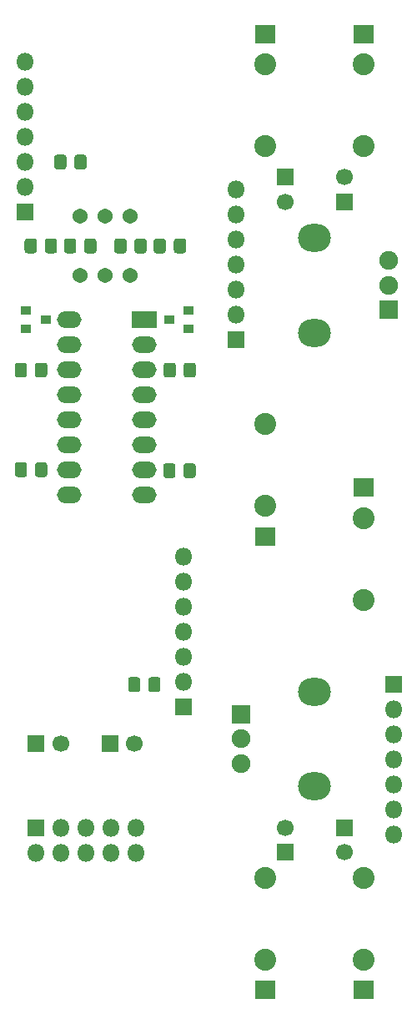
<source format=gbr>
%TF.GenerationSoftware,KiCad,Pcbnew,5.1.6*%
%TF.CreationDate,2020-07-14T13:58:31+04:00*%
%TF.ProjectId,FC_more_vcas,46435f6d-6f72-4655-9f76-6361732e6b69,rev?*%
%TF.SameCoordinates,Original*%
%TF.FileFunction,Soldermask,Top*%
%TF.FilePolarity,Negative*%
%FSLAX46Y46*%
G04 Gerber Fmt 4.6, Leading zero omitted, Abs format (unit mm)*
G04 Created by KiCad (PCBNEW 5.1.6) date 2020-07-14 13:58:31*
%MOMM*%
%LPD*%
G01*
G04 APERTURE LIST*
%ADD10C,1.540000*%
%ADD11C,1.700000*%
%ADD12R,1.700000X1.700000*%
%ADD13O,3.340000X2.820000*%
%ADD14C,1.900000*%
%ADD15R,1.900000X1.900000*%
%ADD16C,2.230000*%
%ADD17R,2.030000X1.930000*%
%ADD18R,1.800000X1.800000*%
%ADD19O,1.800000X1.800000*%
%ADD20R,1.000000X0.900000*%
%ADD21R,2.500000X1.700000*%
%ADD22O,2.500000X1.700000*%
G04 APERTURE END LIST*
D10*
%TO.C,BIAS1*%
X27700000Y-39000000D03*
X30240000Y-39000000D03*
X32780000Y-39000000D03*
%TD*%
%TO.C,BIAS2*%
X32780000Y-45000000D03*
X30240000Y-45000000D03*
X27700000Y-45000000D03*
%TD*%
D11*
%TO.C,C1*%
X48500000Y-37500000D03*
D12*
X48500000Y-35000000D03*
%TD*%
%TO.C,C2*%
X54500000Y-37500000D03*
D11*
X54500000Y-35000000D03*
%TD*%
D12*
%TO.C,C3*%
X54500000Y-101000000D03*
D11*
X54500000Y-103500000D03*
%TD*%
%TO.C,C4*%
X48500000Y-101000000D03*
D12*
X48500000Y-103500000D03*
%TD*%
%TO.C,C5*%
X23200000Y-92500000D03*
D11*
X25700000Y-92500000D03*
%TD*%
%TO.C,C6*%
X33200000Y-92500000D03*
D12*
X30700000Y-92500000D03*
%TD*%
D13*
%TO.C,INITIAL_CV1*%
X51500000Y-50800000D03*
X51500000Y-41200000D03*
D14*
X59000000Y-43500000D03*
X59000000Y-46000000D03*
D15*
X59000000Y-48500000D03*
%TD*%
%TO.C,INITIAL_CV2*%
X44000000Y-89500000D03*
D14*
X44000000Y-92000000D03*
X44000000Y-94500000D03*
D13*
X51500000Y-96800000D03*
X51500000Y-87200000D03*
%TD*%
D16*
%TO.C,INPUT_1*%
X46500000Y-23600000D03*
D17*
X46500000Y-20500000D03*
D16*
X46500000Y-31900000D03*
%TD*%
%TO.C,INPUT_2*%
X46500000Y-106100000D03*
D17*
X46500000Y-117500000D03*
D16*
X46500000Y-114400000D03*
%TD*%
D18*
%TO.C,J1*%
X22100000Y-38600000D03*
D19*
X22100000Y-36060000D03*
X22100000Y-33520000D03*
X22100000Y-30980000D03*
X22100000Y-28440000D03*
X22100000Y-25900000D03*
X22100000Y-23360000D03*
%TD*%
%TO.C,J2*%
X38150000Y-73560000D03*
X38150000Y-76100000D03*
X38150000Y-78640000D03*
X38150000Y-81180000D03*
X38150000Y-83720000D03*
X38150000Y-86260000D03*
D18*
X38150000Y-88800000D03*
%TD*%
%TO.C,J3*%
X43500000Y-51500000D03*
D19*
X43500000Y-48960000D03*
X43500000Y-46420000D03*
X43500000Y-43880000D03*
X43500000Y-41340000D03*
X43500000Y-38800000D03*
X43500000Y-36260000D03*
%TD*%
D18*
%TO.C,J4*%
X59500000Y-86500000D03*
D19*
X59500000Y-89040000D03*
X59500000Y-91580000D03*
X59500000Y-94120000D03*
X59500000Y-96660000D03*
X59500000Y-99200000D03*
X59500000Y-101740000D03*
%TD*%
D18*
%TO.C,J5*%
X23200000Y-101000000D03*
D19*
X23200000Y-103540000D03*
X25740000Y-101000000D03*
X25740000Y-103540000D03*
X28280000Y-101000000D03*
X28280000Y-103540000D03*
X30820000Y-101000000D03*
X30820000Y-103540000D03*
X33360000Y-101000000D03*
X33360000Y-103540000D03*
%TD*%
D16*
%TO.C,IN_CV_1*%
X46500000Y-68400000D03*
D17*
X46500000Y-71500000D03*
D16*
X46500000Y-60100000D03*
%TD*%
%TO.C,IN_CV_2*%
X56500000Y-77900000D03*
D17*
X56500000Y-66500000D03*
D16*
X56500000Y-69600000D03*
%TD*%
%TO.C,OUTPUT_1*%
X56500000Y-23600000D03*
D17*
X56500000Y-20500000D03*
D16*
X56500000Y-31900000D03*
%TD*%
%TO.C,OUTPUT_2*%
X56500000Y-106100000D03*
D17*
X56500000Y-117500000D03*
D16*
X56500000Y-114400000D03*
%TD*%
D20*
%TO.C,Q1*%
X36700000Y-49500000D03*
X38700000Y-48550000D03*
X38700000Y-50450000D03*
%TD*%
%TO.C,Q2*%
X22200000Y-48550000D03*
X22200000Y-50450000D03*
X24200000Y-49500000D03*
%TD*%
%TO.C,R1*%
G36*
G01*
X34450000Y-41521738D02*
X34450000Y-42478262D01*
G75*
G02*
X34178262Y-42750000I-271738J0D01*
G01*
X33471738Y-42750000D01*
G75*
G02*
X33200000Y-42478262I0J271738D01*
G01*
X33200000Y-41521738D01*
G75*
G02*
X33471738Y-41250000I271738J0D01*
G01*
X34178262Y-41250000D01*
G75*
G02*
X34450000Y-41521738I0J-271738D01*
G01*
G37*
G36*
G01*
X32400000Y-41521738D02*
X32400000Y-42478262D01*
G75*
G02*
X32128262Y-42750000I-271738J0D01*
G01*
X31421738Y-42750000D01*
G75*
G02*
X31150000Y-42478262I0J271738D01*
G01*
X31150000Y-41521738D01*
G75*
G02*
X31421738Y-41250000I271738J0D01*
G01*
X32128262Y-41250000D01*
G75*
G02*
X32400000Y-41521738I0J-271738D01*
G01*
G37*
%TD*%
%TO.C,R2*%
G36*
G01*
X28100000Y-42478262D02*
X28100000Y-41521738D01*
G75*
G02*
X28371738Y-41250000I271738J0D01*
G01*
X29078262Y-41250000D01*
G75*
G02*
X29350000Y-41521738I0J-271738D01*
G01*
X29350000Y-42478262D01*
G75*
G02*
X29078262Y-42750000I-271738J0D01*
G01*
X28371738Y-42750000D01*
G75*
G02*
X28100000Y-42478262I0J271738D01*
G01*
G37*
G36*
G01*
X26050000Y-42478262D02*
X26050000Y-41521738D01*
G75*
G02*
X26321738Y-41250000I271738J0D01*
G01*
X27028262Y-41250000D01*
G75*
G02*
X27300000Y-41521738I0J-271738D01*
G01*
X27300000Y-42478262D01*
G75*
G02*
X27028262Y-42750000I-271738J0D01*
G01*
X26321738Y-42750000D01*
G75*
G02*
X26050000Y-42478262I0J271738D01*
G01*
G37*
%TD*%
%TO.C,R5*%
G36*
G01*
X22050000Y-42478262D02*
X22050000Y-41521738D01*
G75*
G02*
X22321738Y-41250000I271738J0D01*
G01*
X23028262Y-41250000D01*
G75*
G02*
X23300000Y-41521738I0J-271738D01*
G01*
X23300000Y-42478262D01*
G75*
G02*
X23028262Y-42750000I-271738J0D01*
G01*
X22321738Y-42750000D01*
G75*
G02*
X22050000Y-42478262I0J271738D01*
G01*
G37*
G36*
G01*
X24100000Y-42478262D02*
X24100000Y-41521738D01*
G75*
G02*
X24371738Y-41250000I271738J0D01*
G01*
X25078262Y-41250000D01*
G75*
G02*
X25350000Y-41521738I0J-271738D01*
G01*
X25350000Y-42478262D01*
G75*
G02*
X25078262Y-42750000I-271738J0D01*
G01*
X24371738Y-42750000D01*
G75*
G02*
X24100000Y-42478262I0J271738D01*
G01*
G37*
%TD*%
%TO.C,R6*%
G36*
G01*
X36400000Y-41521738D02*
X36400000Y-42478262D01*
G75*
G02*
X36128262Y-42750000I-271738J0D01*
G01*
X35421738Y-42750000D01*
G75*
G02*
X35150000Y-42478262I0J271738D01*
G01*
X35150000Y-41521738D01*
G75*
G02*
X35421738Y-41250000I271738J0D01*
G01*
X36128262Y-41250000D01*
G75*
G02*
X36400000Y-41521738I0J-271738D01*
G01*
G37*
G36*
G01*
X38450000Y-41521738D02*
X38450000Y-42478262D01*
G75*
G02*
X38178262Y-42750000I-271738J0D01*
G01*
X37471738Y-42750000D01*
G75*
G02*
X37200000Y-42478262I0J271738D01*
G01*
X37200000Y-41521738D01*
G75*
G02*
X37471738Y-41250000I271738J0D01*
G01*
X38178262Y-41250000D01*
G75*
G02*
X38450000Y-41521738I0J-271738D01*
G01*
G37*
%TD*%
%TO.C,R7*%
G36*
G01*
X23100000Y-55078262D02*
X23100000Y-54121738D01*
G75*
G02*
X23371738Y-53850000I271738J0D01*
G01*
X24078262Y-53850000D01*
G75*
G02*
X24350000Y-54121738I0J-271738D01*
G01*
X24350000Y-55078262D01*
G75*
G02*
X24078262Y-55350000I-271738J0D01*
G01*
X23371738Y-55350000D01*
G75*
G02*
X23100000Y-55078262I0J271738D01*
G01*
G37*
G36*
G01*
X21050000Y-55078262D02*
X21050000Y-54121738D01*
G75*
G02*
X21321738Y-53850000I271738J0D01*
G01*
X22028262Y-53850000D01*
G75*
G02*
X22300000Y-54121738I0J-271738D01*
G01*
X22300000Y-55078262D01*
G75*
G02*
X22028262Y-55350000I-271738J0D01*
G01*
X21321738Y-55350000D01*
G75*
G02*
X21050000Y-55078262I0J271738D01*
G01*
G37*
%TD*%
%TO.C,R8*%
G36*
G01*
X39450000Y-54121738D02*
X39450000Y-55078262D01*
G75*
G02*
X39178262Y-55350000I-271738J0D01*
G01*
X38471738Y-55350000D01*
G75*
G02*
X38200000Y-55078262I0J271738D01*
G01*
X38200000Y-54121738D01*
G75*
G02*
X38471738Y-53850000I271738J0D01*
G01*
X39178262Y-53850000D01*
G75*
G02*
X39450000Y-54121738I0J-271738D01*
G01*
G37*
G36*
G01*
X37400000Y-54121738D02*
X37400000Y-55078262D01*
G75*
G02*
X37128262Y-55350000I-271738J0D01*
G01*
X36421738Y-55350000D01*
G75*
G02*
X36150000Y-55078262I0J271738D01*
G01*
X36150000Y-54121738D01*
G75*
G02*
X36421738Y-53850000I271738J0D01*
G01*
X37128262Y-53850000D01*
G75*
G02*
X37400000Y-54121738I0J-271738D01*
G01*
G37*
%TD*%
%TO.C,R9*%
G36*
G01*
X34600000Y-86978262D02*
X34600000Y-86021738D01*
G75*
G02*
X34871738Y-85750000I271738J0D01*
G01*
X35578262Y-85750000D01*
G75*
G02*
X35850000Y-86021738I0J-271738D01*
G01*
X35850000Y-86978262D01*
G75*
G02*
X35578262Y-87250000I-271738J0D01*
G01*
X34871738Y-87250000D01*
G75*
G02*
X34600000Y-86978262I0J271738D01*
G01*
G37*
G36*
G01*
X32550000Y-86978262D02*
X32550000Y-86021738D01*
G75*
G02*
X32821738Y-85750000I271738J0D01*
G01*
X33528262Y-85750000D01*
G75*
G02*
X33800000Y-86021738I0J-271738D01*
G01*
X33800000Y-86978262D01*
G75*
G02*
X33528262Y-87250000I-271738J0D01*
G01*
X32821738Y-87250000D01*
G75*
G02*
X32550000Y-86978262I0J271738D01*
G01*
G37*
%TD*%
%TO.C,R10*%
G36*
G01*
X26300000Y-33021738D02*
X26300000Y-33978262D01*
G75*
G02*
X26028262Y-34250000I-271738J0D01*
G01*
X25321738Y-34250000D01*
G75*
G02*
X25050000Y-33978262I0J271738D01*
G01*
X25050000Y-33021738D01*
G75*
G02*
X25321738Y-32750000I271738J0D01*
G01*
X26028262Y-32750000D01*
G75*
G02*
X26300000Y-33021738I0J-271738D01*
G01*
G37*
G36*
G01*
X28350000Y-33021738D02*
X28350000Y-33978262D01*
G75*
G02*
X28078262Y-34250000I-271738J0D01*
G01*
X27371738Y-34250000D01*
G75*
G02*
X27100000Y-33978262I0J271738D01*
G01*
X27100000Y-33021738D01*
G75*
G02*
X27371738Y-32750000I271738J0D01*
G01*
X28078262Y-32750000D01*
G75*
G02*
X28350000Y-33021738I0J-271738D01*
G01*
G37*
%TD*%
%TO.C,R11*%
G36*
G01*
X21050000Y-65178262D02*
X21050000Y-64221738D01*
G75*
G02*
X21321738Y-63950000I271738J0D01*
G01*
X22028262Y-63950000D01*
G75*
G02*
X22300000Y-64221738I0J-271738D01*
G01*
X22300000Y-65178262D01*
G75*
G02*
X22028262Y-65450000I-271738J0D01*
G01*
X21321738Y-65450000D01*
G75*
G02*
X21050000Y-65178262I0J271738D01*
G01*
G37*
G36*
G01*
X23100000Y-65178262D02*
X23100000Y-64221738D01*
G75*
G02*
X23371738Y-63950000I271738J0D01*
G01*
X24078262Y-63950000D01*
G75*
G02*
X24350000Y-64221738I0J-271738D01*
G01*
X24350000Y-65178262D01*
G75*
G02*
X24078262Y-65450000I-271738J0D01*
G01*
X23371738Y-65450000D01*
G75*
G02*
X23100000Y-65178262I0J271738D01*
G01*
G37*
%TD*%
%TO.C,R12*%
G36*
G01*
X39425000Y-64321738D02*
X39425000Y-65278262D01*
G75*
G02*
X39153262Y-65550000I-271738J0D01*
G01*
X38446738Y-65550000D01*
G75*
G02*
X38175000Y-65278262I0J271738D01*
G01*
X38175000Y-64321738D01*
G75*
G02*
X38446738Y-64050000I271738J0D01*
G01*
X39153262Y-64050000D01*
G75*
G02*
X39425000Y-64321738I0J-271738D01*
G01*
G37*
G36*
G01*
X37375000Y-64321738D02*
X37375000Y-65278262D01*
G75*
G02*
X37103262Y-65550000I-271738J0D01*
G01*
X36396738Y-65550000D01*
G75*
G02*
X36125000Y-65278262I0J271738D01*
G01*
X36125000Y-64321738D01*
G75*
G02*
X36396738Y-64050000I271738J0D01*
G01*
X37103262Y-64050000D01*
G75*
G02*
X37375000Y-64321738I0J-271738D01*
G01*
G37*
%TD*%
D21*
%TO.C,U1*%
X34200000Y-49500000D03*
D22*
X26580000Y-67280000D03*
X34200000Y-52040000D03*
X26580000Y-64740000D03*
X34200000Y-54580000D03*
X26580000Y-62200000D03*
X34200000Y-57120000D03*
X26580000Y-59660000D03*
X34200000Y-59660000D03*
X26580000Y-57120000D03*
X34200000Y-62200000D03*
X26580000Y-54580000D03*
X34200000Y-64740000D03*
X26580000Y-52040000D03*
X34200000Y-67280000D03*
X26580000Y-49500000D03*
%TD*%
M02*

</source>
